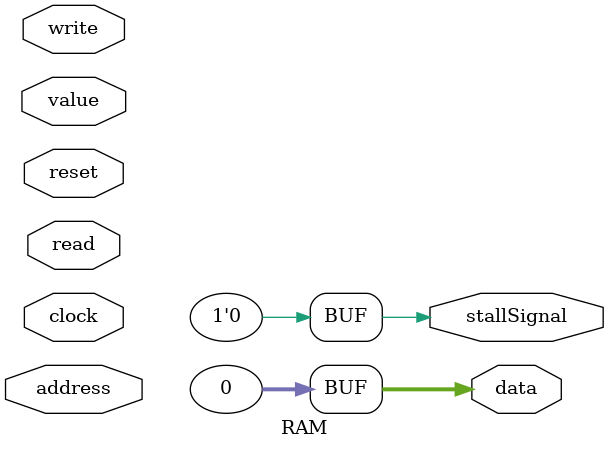
<source format=v>

module RAM(

    input [31:0] address,
    input [31:0] value,
    output wire [31:0] data,
    input write,
    input clock, reset,
    output wire stallSignal,
    input read

);

assign data = 32'b0;
assign stallSignal = 1'b0;

endmodule

</source>
